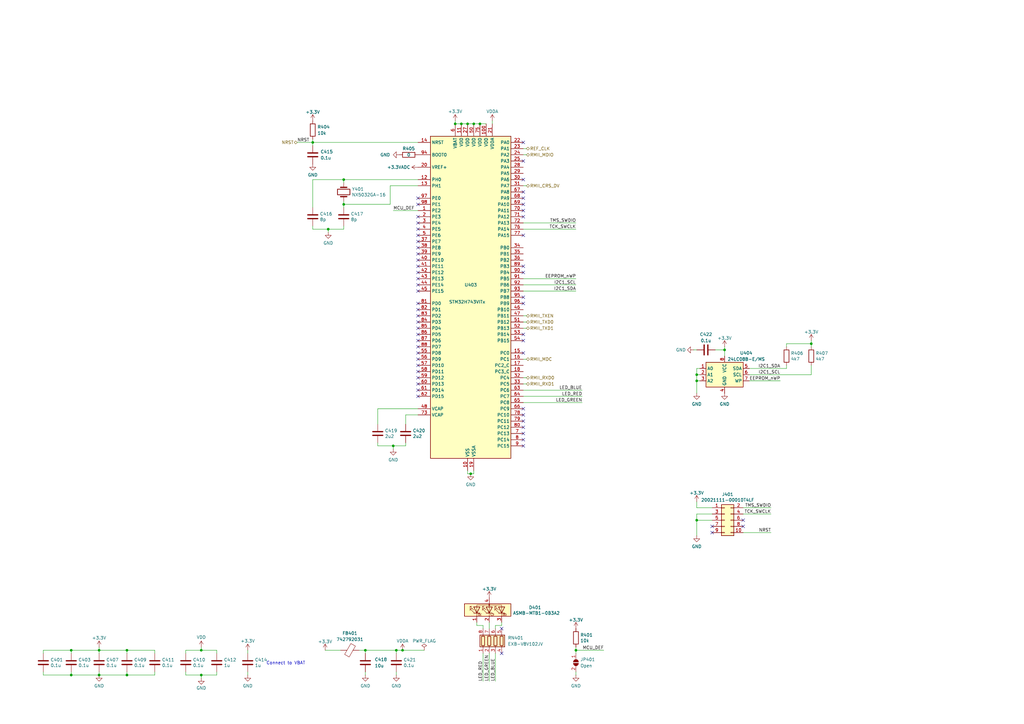
<source format=kicad_sch>
(kicad_sch (version 20250114) (generator "eeschema") (generator_version "9.0")
  (paper "A3")
  (lib_symbols
    (symbol "Connector_Generic:Conn_02x05_Odd_Even" (pin_names (offset 1.016) (hide yes))
      (property "Reference" "J" (at 1.27 7.62 0))
      (property "Value" "Conn_02x05_Odd_Even" (at 1.27 -7.62 0))
      (symbol "Conn_02x05_Odd_Even_1_1"
        (pin passive line (at -5.08 5.08 0) (length 3.81) (name "Pin_1") (number "1"))
        (pin passive line (at -5.08 2.54 0) (length 3.81) (name "Pin_3") (number "3"))
        (pin passive line (at -5.08 0 0) (length 3.81) (name "Pin_5") (number "5"))
        (pin passive line (at -5.08 -2.54 0) (length 3.81) (name "Pin_7") (number "7"))
        (pin passive line (at -5.08 -5.08 0) (length 3.81) (name "Pin_9") (number "9"))
        (pin passive line (at 7.62 5.08 180) (length 3.81) (name "Pin_2") (number "2"))
        (pin passive line (at 7.62 2.54 180) (length 3.81) (name "Pin_4") (number "4"))
        (pin passive line (at 7.62 0 180) (length 3.81) (name "Pin_6") (number "6"))
        (pin passive line (at 7.62 -2.54 180) (length 3.81) (name "Pin_8") (number "8"))
        (pin passive line (at 7.62 -5.08 180) (length 3.81) (name "Pin_10") (number "10"))
      )
    )
    (symbol "Device:C" (pin_numbers (hide yes)) (pin_names (offset 0.254))
      (property "Reference" "C" (at 0.635 2.54 0))
      (property "Value" "C" (at 0.635 -2.54 0))
      (symbol "C_1_1"
        (pin passive line (at 0 3.81 270) (length 2.794) (name "~") (number "1"))
        (pin passive line (at 0 -3.81 90) (length 2.794) (name "~") (number "2"))
      )
    )
    (symbol "Device:Crystal" (pin_numbers (hide yes)) (pin_names (offset 1.016) (hide yes))
      (property "Reference" "Y" (at 0 3.81 0))
      (property "Value" "Crystal" (at 0 -3.81 0))
      (symbol "Crystal_1_1"
        (pin passive line (at -3.81 0 0) (length 1.27) (name "1") (number "1"))
        (pin passive line (at 3.81 0 180) (length 1.27) (name "2") (number "2"))
      )
    )
    (symbol "Device:FerriteBead" (pin_numbers (hide yes)) (pin_names (offset 0))
      (property "Reference" "FB" (at -3.81 0.635 90))
      (property "Value" "FerriteBead" (at 3.81 0 90))
      (symbol "FerriteBead_1_1"
        (pin passive line (at 0 3.81 270) (length 2.54) (name "~") (number "1"))
        (pin passive line (at 0 -3.81 90) (length 2.54) (name "~") (number "2"))
      )
    )
    (symbol "Device:R" (pin_numbers (hide yes)) (pin_names (offset 0))
      (property "Reference" "R" (at 2.032 0 90))
      (property "Value" "R" (at 0 0 90))
      (symbol "R_1_1"
        (pin passive line (at 0 3.81 270) (length 1.27) (name "~") (number "1"))
        (pin passive line (at 0 -3.81 90) (length 1.27) (name "~") (number "2"))
      )
    )
    (symbol "Device:R_Pack04" (pin_names (offset 0) (hide yes))
      (property "Reference" "RN" (at -7.62 0 90))
      (property "Value" "R_Pack04" (at 5.08 0 90))
      (symbol "R_Pack04_1_1"
        (pin passive line (at -5.08 5.08 270) (length 2.54) (name "R1.2") (number "8"))
        (pin passive line (at -5.08 -5.08 90) (length 2.54) (name "R1.1") (number "1"))
        (pin passive line (at -2.54 5.08 270) (length 2.54) (name "R2.2") (number "7"))
        (pin passive line (at -2.54 -5.08 90) (length 2.54) (name "R2.1") (number "2"))
        (pin passive line (at 0 5.08 270) (length 2.54) (name "R3.2") (number "6"))
        (pin passive line (at 0 -5.08 90) (length 2.54) (name "R3.1") (number "3"))
        (pin passive line (at 2.54 5.08 270) (length 2.54) (name "R4.2") (number "5"))
        (pin passive line (at 2.54 -5.08 90) (length 2.54) (name "R4.1") (number "4"))
      )
    )
    (symbol "Jumper:SolderJumper_2_Open" (pin_names (offset 0) (hide yes))
      (property "Reference" "JP" (at 0 2.032 0))
      (property "Value" "SolderJumper_2_Open" (at 0 -2.54 0))
      (symbol "SolderJumper_2_Open_1_1"
        (pin passive line (at -3.81 0 0) (length 2.54) (name "A") (number "1"))
        (pin passive line (at 3.81 0 180) (length 2.54) (name "B") (number "2"))
      )
    )
    (symbol "LED:ASMB-MTB1-0A3A2" (pin_names (offset 0) (hide yes))
      (property "Reference" "D" (at 0 12.7 0))
      (property "Value" "ASMB-MTB1-0A3A2" (at 1.27 -11.43 0))
      (symbol "ASMB-MTB1-0A3A2_0_0"
        (text "R" (at -1.905 3.81 0) (effects (font (size 1.27 1.27))))
        (text "G" (at -1.905 -1.27 0) (effects (font (size 1.27 1.27))))
        (text "B" (at -1.905 -6.35 0) (effects (font (size 1.27 1.27))))
      )
      (symbol "ASMB-MTB1-0A3A2_1_1"
        (pin passive line (at -5.08 5.08 0) (length 2.54) (name "RK") (number "1"))
        (pin passive line (at -5.08 0 0) (length 2.54) (name "GK") (number "2"))
        (pin passive line (at -5.08 -5.08 0) (length 2.54) (name "BK") (number "3"))
        (pin passive line (at 5.08 0 180) (length 2.54) (name "A") (number "4"))
      )
    )
    (symbol "MCU_ST_STM32H7:STM32H743VITx"
      (property "Reference" "U" (at -15.24 67.31 0))
      (property "Value" "STM32H743VITx" (at 12.7 67.31 0))
      (symbol "STM32H743VITx_1_1"
        (pin input line (at -20.32 63.5 0) (length 5.08) (name "NRST") (number "14"))
        (pin input line (at -20.32 58.42 0) (length 5.08) (name "BOOT0") (number "94"))
        (pin input line (at -20.32 53.34 0) (length 5.08) (name "VREF+") (number "20"))
        (pin bidirectional line (at -20.32 48.26 0) (length 5.08) (name "PH0") (number "12"))
        (pin bidirectional line (at -20.32 45.72 0) (length 5.08) (name "PH1") (number "13"))
        (pin bidirectional line (at -20.32 40.64 0) (length 5.08) (name "PE0") (number "97"))
        (pin bidirectional line (at -20.32 38.1 0) (length 5.08) (name "PE1") (number "98"))
        (pin bidirectional line (at -20.32 35.56 0) (length 5.08) (name "PE2") (number "1"))
        (pin bidirectional line (at -20.32 33.02 0) (length 5.08) (name "PE3") (number "2"))
        (pin bidirectional line (at -20.32 30.48 0) (length 5.08) (name "PE4") (number "3"))
        (pin bidirectional line (at -20.32 27.94 0) (length 5.08) (name "PE5") (number "4"))
        (pin bidirectional line (at -20.32 25.4 0) (length 5.08) (name "PE6") (number "5"))
        (pin bidirectional line (at -20.32 22.86 0) (length 5.08) (name "PE7") (number "37"))
        (pin bidirectional line (at -20.32 20.32 0) (length 5.08) (name "PE8") (number "38"))
        (pin bidirectional line (at -20.32 17.78 0) (length 5.08) (name "PE9") (number "39"))
        (pin bidirectional line (at -20.32 15.24 0) (length 5.08) (name "PE10") (number "40"))
        (pin bidirectional line (at -20.32 12.7 0) (length 5.08) (name "PE11") (number "41"))
        (pin bidirectional line (at -20.32 10.16 0) (length 5.08) (name "PE12") (number "42"))
        (pin bidirectional line (at -20.32 7.62 0) (length 5.08) (name "PE13") (number "43"))
        (pin bidirectional line (at -20.32 5.08 0) (length 5.08) (name "PE14") (number "44"))
        (pin bidirectional line (at -20.32 2.54 0) (length 5.08) (name "PE15") (number "45"))
        (pin bidirectional line (at -20.32 -2.54 0) (length 5.08) (name "PD0") (number "81"))
        (pin bidirectional line (at -20.32 -5.08 0) (length 5.08) (name "PD1") (number "82"))
        (pin bidirectional line (at -20.32 -7.62 0) (length 5.08) (name "PD2") (number "83"))
        (pin bidirectional line (at -20.32 -10.16 0) (length 5.08) (name "PD3") (number "84"))
        (pin bidirectional line (at -20.32 -12.7 0) (length 5.08) (name "PD4") (number "85"))
        (pin bidirectional line (at -20.32 -15.24 0) (length 5.08) (name "PD5") (number "86"))
        (pin bidirectional line (at -20.32 -17.78 0) (length 5.08) (name "PD6") (number "87"))
        (pin bidirectional line (at -20.32 -20.32 0) (length 5.08) (name "PD7") (number "88"))
        (pin bidirectional line (at -20.32 -22.86 0) (length 5.08) (name "PD8") (number "55"))
        (pin bidirectional line (at -20.32 -25.4 0) (length 5.08) (name "PD9") (number "56"))
        (pin bidirectional line (at -20.32 -27.94 0) (length 5.08) (name "PD10") (number "57"))
        (pin bidirectional line (at -20.32 -30.48 0) (length 5.08) (name "PD11") (number "58"))
        (pin bidirectional line (at -20.32 -33.02 0) (length 5.08) (name "PD12") (number "59"))
        (pin bidirectional line (at -20.32 -35.56 0) (length 5.08) (name "PD13") (number "60"))
        (pin bidirectional line (at -20.32 -38.1 0) (length 5.08) (name "PD14") (number "61"))
        (pin bidirectional line (at -20.32 -40.64 0) (length 5.08) (name "PD15") (number "62"))
        (pin power_out line (at -20.32 -45.72 0) (length 5.08) (name "VCAP") (number "48"))
        (pin power_out line (at -20.32 -48.26 0) (length 5.08) (name "VCAP") (number "73"))
        (pin power_in line (at -5.08 71.12 270) (length 5.08) (name "VBAT") (number "6"))
        (pin power_in line (at -2.54 71.12 270) (length 5.08) (name "VDD") (number "11"))
        (pin power_in line (at 0 71.12 270) (length 5.08) (name "VDD") (number "27"))
        (pin power_in line (at 0 -71.12 90) (length 5.08) (name "VSS") (number "10"))
        (pin passive line (at 0 -71.12 90) (length 5.08) (hide yes) (name "VSS") (number "26"))
        (pin passive line (at 0 -71.12 90) (length 5.08) (hide yes) (name "VSS") (number "49"))
        (pin passive line (at 0 -71.12 90) (length 5.08) (hide yes) (name "VSS") (number "74"))
        (pin passive line (at 0 -71.12 90) (length 5.08) (hide yes) (name "VSS") (number "99"))
        (pin power_in line (at 2.54 71.12 270) (length 5.08) (name "VDD") (number "50"))
        (pin power_in line (at 2.54 -71.12 90) (length 5.08) (name "VSSA") (number "19"))
        (pin power_in line (at 5.08 71.12 270) (length 5.08) (name "VDD") (number "75"))
        (pin power_in line (at 7.62 71.12 270) (length 5.08) (name "VDD") (number "100"))
        (pin power_in line (at 10.16 71.12 270) (length 5.08) (name "VDDA") (number "21"))
        (pin bidirectional line (at 22.86 63.5 180) (length 5.08) (name "PA0") (number "22"))
        (pin bidirectional line (at 22.86 60.96 180) (length 5.08) (name "PA1") (number "23"))
        (pin bidirectional line (at 22.86 58.42 180) (length 5.08) (name "PA2") (number "24"))
        (pin bidirectional line (at 22.86 55.88 180) (length 5.08) (name "PA3") (number "25"))
        (pin bidirectional line (at 22.86 53.34 180) (length 5.08) (name "PA4") (number "28"))
        (pin bidirectional line (at 22.86 50.8 180) (length 5.08) (name "PA5") (number "29"))
        (pin bidirectional line (at 22.86 48.26 180) (length 5.08) (name "PA6") (number "30"))
        (pin bidirectional line (at 22.86 45.72 180) (length 5.08) (name "PA7") (number "31"))
        (pin bidirectional line (at 22.86 43.18 180) (length 5.08) (name "PA8") (number "67"))
        (pin bidirectional line (at 22.86 40.64 180) (length 5.08) (name "PA9") (number "68"))
        (pin bidirectional line (at 22.86 38.1 180) (length 5.08) (name "PA10") (number "69"))
        (pin bidirectional line (at 22.86 35.56 180) (length 5.08) (name "PA11") (number "70"))
        (pin bidirectional line (at 22.86 33.02 180) (length 5.08) (name "PA12") (number "71"))
        (pin bidirectional line (at 22.86 30.48 180) (length 5.08) (name "PA13") (number "72"))
        (pin bidirectional line (at 22.86 27.94 180) (length 5.08) (name "PA14") (number "76"))
        (pin bidirectional line (at 22.86 25.4 180) (length 5.08) (name "PA15") (number "77"))
        (pin bidirectional line (at 22.86 20.32 180) (length 5.08) (name "PB0") (number "34"))
        (pin bidirectional line (at 22.86 17.78 180) (length 5.08) (name "PB1") (number "35"))
        (pin bidirectional line (at 22.86 15.24 180) (length 5.08) (name "PB2") (number "36"))
        (pin bidirectional line (at 22.86 12.7 180) (length 5.08) (name "PB3") (number "89"))
        (pin bidirectional line (at 22.86 10.16 180) (length 5.08) (name "PB4") (number "90"))
        (pin bidirectional line (at 22.86 7.62 180) (length 5.08) (name "PB5") (number "91"))
        (pin bidirectional line (at 22.86 5.08 180) (length 5.08) (name "PB6") (number "92"))
        (pin bidirectional line (at 22.86 2.54 180) (length 5.08) (name "PB7") (number "93"))
        (pin bidirectional line (at 22.86 0 180) (length 5.08) (name "PB8") (number "95"))
        (pin bidirectional line (at 22.86 -2.54 180) (length 5.08) (name "PB9") (number "96"))
        (pin bidirectional line (at 22.86 -5.08 180) (length 5.08) (name "PB10") (number "46"))
        (pin bidirectional line (at 22.86 -7.62 180) (length 5.08) (name "PB11") (number "47"))
        (pin bidirectional line (at 22.86 -10.16 180) (length 5.08) (name "PB12") (number "51"))
        (pin bidirectional line (at 22.86 -12.7 180) (length 5.08) (name "PB13") (number "52"))
        (pin bidirectional line (at 22.86 -15.24 180) (length 5.08) (name "PB14") (number "53"))
        (pin bidirectional line (at 22.86 -17.78 180) (length 5.08) (name "PB15") (number "54"))
        (pin bidirectional line (at 22.86 -22.86 180) (length 5.08) (name "PC0") (number "15"))
        (pin bidirectional line (at 22.86 -25.4 180) (length 5.08) (name "PC1") (number "16"))
        (pin bidirectional line (at 22.86 -27.94 180) (length 5.08) (name "PC2_C") (number "17"))
        (pin bidirectional line (at 22.86 -30.48 180) (length 5.08) (name "PC3_C") (number "18"))
        (pin bidirectional line (at 22.86 -33.02 180) (length 5.08) (name "PC4") (number "32"))
        (pin bidirectional line (at 22.86 -35.56 180) (length 5.08) (name "PC5") (number "33"))
        (pin bidirectional line (at 22.86 -38.1 180) (length 5.08) (name "PC6") (number "63"))
        (pin bidirectional line (at 22.86 -40.64 180) (length 5.08) (name "PC7") (number "64"))
        (pin bidirectional line (at 22.86 -43.18 180) (length 5.08) (name "PC8") (number "65"))
        (pin bidirectional line (at 22.86 -45.72 180) (length 5.08) (name "PC9") (number "66"))
        (pin bidirectional line (at 22.86 -48.26 180) (length 5.08) (name "PC10") (number "78"))
        (pin bidirectional line (at 22.86 -50.8 180) (length 5.08) (name "PC11") (number "79"))
        (pin bidirectional line (at 22.86 -53.34 180) (length 5.08) (name "PC12") (number "80"))
        (pin bidirectional line (at 22.86 -55.88 180) (length 5.08) (name "PC13") (number "7"))
        (pin bidirectional line (at 22.86 -58.42 180) (length 5.08) (name "PC14") (number "8"))
        (pin bidirectional line (at 22.86 -60.96 180) (length 5.08) (name "PC15") (number "9"))
      )
    )
    (symbol "Memory_EEPROM:24LC08"
      (property "Reference" "U" (at -6.35 6.35 0))
      (property "Value" "24LC08" (at 1.27 6.35 0))
      (symbol "24LC08_1_1"
        (pin input line (at -10.16 2.54 0) (length 2.54) (name "A0") (number "1"))
        (pin input line (at -10.16 0 0) (length 2.54) (name "A1") (number "2"))
        (pin input line (at -10.16 -2.54 0) (length 2.54) (name "A2") (number "3"))
        (pin power_in line (at 0 7.62 270) (length 2.54) (name "VCC") (number "8"))
        (pin power_in line (at 0 -7.62 90) (length 2.54) (name "GND") (number "4"))
        (pin bidirectional line (at 10.16 2.54 180) (length 2.54) (name "SDA") (number "5"))
        (pin input line (at 10.16 0 180) (length 2.54) (name "SCL") (number "6"))
        (pin input line (at 10.16 -2.54 180) (length 2.54) (name "WP") (number "7"))
      )
    )
    (symbol "power:+3.3V" (power) (pin_numbers (hide yes)) (pin_names (offset 0) (hide yes))
      (property "Value" "+3.3V" (at 0 3.556 0))
      (symbol "+3.3V_1_1"
        (pin power_in line (at 0 0 90) (length 0) (name "~") (number "1"))
      )
    )
    (symbol "power:+3.3VADC" (power) (pin_numbers (hide yes)) (pin_names (offset 0) (hide yes))
      (property "Value" "+3.3VADC" (at 0 3.556 0))
      (symbol "+3.3VADC_0_0"
        (pin power_in line (at 0 0 90) (length 0) (name "~") (number "1"))
      )
    )
    (symbol "power:GND" (power) (pin_numbers (hide yes)) (pin_names (offset 0) (hide yes))
      (property "Value" "GND" (at 0 -3.81 0))
      (symbol "GND_1_1"
        (pin power_in line (at 0 0 270) (length 0) (name "~") (number "1"))
      )
    )
    (symbol "power:PWR_FLAG" (power) (pin_numbers (hide yes)) (pin_names (offset 0) (hide yes))
      (property "Value" "PWR_FLAG" (at 0 3.81 0))
      (symbol "PWR_FLAG_0_0"
        (pin power_out line (at 0 0 90) (length 0) (name "~") (number "1"))
      )
    )
    (symbol "power:VDD" (power) (pin_numbers (hide yes)) (pin_names (offset 0) (hide yes))
      (property "Value" "VDD" (at 0 3.556 0))
      (symbol "VDD_1_1"
        (pin power_in line (at 0 0 90) (length 0) (name "~") (number "1"))
      )
    )
    (symbol "power:VDDA" (power) (pin_numbers (hide yes)) (pin_names (offset 0) (hide yes))
      (property "Value" "VDDA" (at 0 3.556 0))
      (symbol "VDDA_1_1"
        (pin power_in line (at 0 0 90) (length 0) (name "~") (number "1"))
      )
    )
  )
  (text "Connect to VBAT" (at 109.22 272.796 0) (effects (font (size 1.27 1.27)) (justify left bottom)))
  (junction (at 82.55 266.7))
  (junction (at 40.64 266.7))
  (junction (at 52.07 276.86))
  (junction (at 194.31 50.8))
  (junction (at 285.75 153.67))
  (junction (at 162.56 266.7))
  (junction (at 128.27 58.42))
  (junction (at 196.85 50.8))
  (junction (at 285.75 156.21))
  (junction (at 193.04 194.31))
  (junction (at 29.21 276.86))
  (junction (at 161.29 182.88))
  (junction (at 165.1 266.7))
  (junction (at 134.62 93.98))
  (junction (at 189.23 50.8))
  (junction (at 332.74 140.97))
  (junction (at 82.55 276.86))
  (junction (at 140.97 83.82))
  (junction (at 285.75 213.36))
  (junction (at 40.64 276.86))
  (junction (at 149.86 266.7))
  (junction (at 52.07 266.7))
  (junction (at 29.21 266.7))
  (junction (at 140.97 73.66))
  (junction (at 297.18 143.51))
  (junction (at 186.69 50.8))
  (junction (at 236.22 266.7))
  (junction (at 191.77 50.8))
  (no_connect (at 171.45 114.3))
  (no_connect (at 171.45 91.44))
  (no_connect (at 214.63 86.36))
  (no_connect (at 171.45 134.62))
  (no_connect (at 171.45 132.08))
  (no_connect (at 171.45 144.78))
  (no_connect (at 214.63 88.9))
  (no_connect (at 171.45 129.54))
  (no_connect (at 304.8 215.9))
  (no_connect (at 214.63 73.66))
  (no_connect (at 171.45 119.38))
  (no_connect (at 214.63 137.16))
  (no_connect (at 171.45 147.32))
  (no_connect (at 214.63 139.7))
  (no_connect (at 171.45 154.94))
  (no_connect (at 292.1 218.44))
  (no_connect (at 214.63 175.26))
  (no_connect (at 214.63 121.92))
  (no_connect (at 171.45 88.9))
  (no_connect (at 214.63 78.74))
  (no_connect (at 214.63 109.22))
  (no_connect (at 171.45 124.46))
  (no_connect (at 171.45 111.76))
  (no_connect (at 171.45 139.7))
  (no_connect (at 171.45 116.84))
  (no_connect (at 171.45 93.98))
  (no_connect (at 171.45 142.24))
  (no_connect (at 214.63 83.82))
  (no_connect (at 171.45 127))
  (no_connect (at 214.63 167.64))
  (no_connect (at 171.45 160.02))
  (no_connect (at 214.63 172.72))
  (no_connect (at 214.63 177.8))
  (no_connect (at 214.63 144.78))
  (no_connect (at 214.63 66.04))
  (no_connect (at 214.63 81.28))
  (no_connect (at 214.63 96.52))
  (no_connect (at 171.45 81.28))
  (no_connect (at 171.45 137.16))
  (no_connect (at 205.74 267.97))
  (no_connect (at 214.63 180.34))
  (no_connect (at 304.8 213.36))
  (no_connect (at 171.45 104.14))
  (no_connect (at 171.45 109.22))
  (no_connect (at 214.63 58.42))
  (no_connect (at 205.74 257.81))
  (no_connect (at 214.63 182.88))
  (no_connect (at 214.63 124.46))
  (no_connect (at 171.45 157.48))
  (no_connect (at 214.63 170.18))
  (no_connect (at 171.45 149.86))
  (no_connect (at 171.45 83.82))
  (no_connect (at 171.45 106.68))
  (no_connect (at 171.45 99.06))
  (no_connect (at 171.45 162.56))
  (no_connect (at 171.45 96.52))
  (no_connect (at 171.45 101.6))
  (no_connect (at 214.63 111.76))
  (no_connect (at 171.45 152.4))
  (no_connect (at 292.1 215.9))
  (wire (pts (xy 40.64 275.59) (xy 40.64 276.86)))
  (wire (pts (xy 82.55 265.43) (xy 82.55 266.7)))
  (wire (pts (xy 52.07 266.7) (xy 40.64 266.7)))
  (wire (pts (xy 82.55 276.86) (xy 82.55 278.13)))
  (wire (pts (xy 189.23 50.8) (xy 191.77 50.8)))
  (wire (pts (xy 322.58 142.24) (xy 322.58 140.97)))
  (wire (pts (xy 200.66 255.27) (xy 200.66 257.81)))
  (wire (pts (xy 191.77 194.31) (xy 193.04 194.31)))
  (wire (pts (xy 128.27 58.42) (xy 171.45 58.42)))
  (wire (pts (xy 40.64 266.7) (xy 29.21 266.7)))
  (wire (pts (xy 76.2 266.7) (xy 82.55 266.7)))
  (wire (pts (xy 236.22 267.97) (xy 236.22 266.7)))
  (wire (pts (xy 214.63 76.2) (xy 215.9 76.2)))
  (wire (pts (xy 297.18 143.51) (xy 297.18 146.05)))
  (wire (pts (xy 214.63 162.56) (xy 238.76 162.56)))
  (wire (pts (xy 191.77 193.04) (xy 191.77 194.31)))
  (wire (pts (xy 285.75 161.29) (xy 285.75 156.21)))
  (wire (pts (xy 29.21 266.7) (xy 17.78 266.7)))
  (wire (pts (xy 52.07 276.86) (xy 63.5 276.86)))
  (wire (pts (xy 166.37 170.18) (xy 171.45 170.18)))
  (wire (pts (xy 292.1 213.36) (xy 285.75 213.36)))
  (wire (pts (xy 101.6 266.7) (xy 101.6 267.97)))
  (wire (pts (xy 214.63 147.32) (xy 215.9 147.32)))
  (wire (pts (xy 205.74 256.54) (xy 203.2 256.54)))
  (wire (pts (xy 214.63 154.94) (xy 215.9 154.94)))
  (wire (pts (xy 307.34 151.13) (xy 322.58 151.13)))
  (wire (pts (xy 203.2 256.54) (xy 203.2 257.81)))
  (wire (pts (xy 162.56 266.7) (xy 162.56 267.97)))
  (wire (pts (xy 88.9 275.59) (xy 88.9 276.86)))
  (wire (pts (xy 161.29 182.88) (xy 166.37 182.88)))
  (wire (pts (xy 307.34 156.21) (xy 320.04 156.21)))
  (wire (pts (xy 140.97 93.98) (xy 140.97 92.71)))
  (wire (pts (xy 332.74 139.7) (xy 332.74 140.97)))
  (wire (pts (xy 134.62 93.98) (xy 140.97 93.98)))
  (wire (pts (xy 198.12 267.97) (xy 198.12 279.4)))
  (wire (pts (xy 214.63 63.5) (xy 215.9 63.5)))
  (wire (pts (xy 285.75 213.36) (xy 285.75 210.82)))
  (wire (pts (xy 293.37 143.51) (xy 297.18 143.51)))
  (wire (pts (xy 214.63 129.54) (xy 215.9 129.54)))
  (wire (pts (xy 214.63 134.62) (xy 215.9 134.62)))
  (wire (pts (xy 140.97 73.66) (xy 128.27 73.66)))
  (wire (pts (xy 76.2 275.59) (xy 76.2 276.86)))
  (wire (pts (xy 214.63 157.48) (xy 215.9 157.48)))
  (wire (pts (xy 133.35 266.7) (xy 139.7 266.7)))
  (wire (pts (xy 162.56 266.7) (xy 165.1 266.7)))
  (wire (pts (xy 76.2 276.86) (xy 82.55 276.86)))
  (wire (pts (xy 215.9 132.08) (xy 214.63 132.08)))
  (wire (pts (xy 166.37 170.18) (xy 166.37 173.99)))
  (wire (pts (xy 63.5 266.7) (xy 63.5 267.97)))
  (wire (pts (xy 82.55 266.7) (xy 88.9 266.7)))
  (wire (pts (xy 186.69 50.8) (xy 189.23 50.8)))
  (wire (pts (xy 40.64 266.7) (xy 40.64 267.97)))
  (wire (pts (xy 17.78 275.59) (xy 17.78 276.86)))
  (wire (pts (xy 17.78 266.7) (xy 17.78 267.97)))
  (wire (pts (xy 160.02 76.2) (xy 160.02 83.82)))
  (wire (pts (xy 171.45 76.2) (xy 160.02 76.2)))
  (wire (pts (xy 285.75 153.67) (xy 285.75 156.21)))
  (wire (pts (xy 194.31 193.04) (xy 194.31 194.31)))
  (wire (pts (xy 285.75 156.21) (xy 287.02 156.21)))
  (wire (pts (xy 82.55 276.86) (xy 88.9 276.86)))
  (wire (pts (xy 29.21 266.7) (xy 29.21 267.97)))
  (wire (pts (xy 304.8 210.82) (xy 316.23 210.82)))
  (wire (pts (xy 52.07 266.7) (xy 52.07 267.97)))
  (wire (pts (xy 161.29 86.36) (xy 171.45 86.36)))
  (wire (pts (xy 285.75 205.74) (xy 285.75 208.28)))
  (wire (pts (xy 154.94 167.64) (xy 171.45 167.64)))
  (wire (pts (xy 128.27 92.71) (xy 128.27 93.98)))
  (wire (pts (xy 247.65 266.7) (xy 236.22 266.7)))
  (wire (pts (xy 304.8 208.28) (xy 316.23 208.28)))
  (wire (pts (xy 285.75 210.82) (xy 292.1 210.82)))
  (wire (pts (xy 194.31 50.8) (xy 196.85 50.8)))
  (wire (pts (xy 214.63 116.84) (xy 236.22 116.84)))
  (wire (pts (xy 201.93 49.53) (xy 201.93 50.8)))
  (wire (pts (xy 236.22 275.59) (xy 236.22 276.86)))
  (wire (pts (xy 195.58 255.27) (xy 195.58 256.54)))
  (wire (pts (xy 322.58 151.13) (xy 322.58 149.86)))
  (wire (pts (xy 140.97 82.55) (xy 140.97 83.82)))
  (wire (pts (xy 162.56 276.86) (xy 162.56 275.59)))
  (wire (pts (xy 214.63 119.38) (xy 236.22 119.38)))
  (wire (pts (xy 161.29 184.15) (xy 161.29 182.88)))
  (wire (pts (xy 154.94 182.88) (xy 161.29 182.88)))
  (wire (pts (xy 128.27 58.42) (xy 128.27 59.69)))
  (wire (pts (xy 154.94 181.61) (xy 154.94 182.88)))
  (wire (pts (xy 198.12 256.54) (xy 198.12 257.81)))
  (wire (pts (xy 203.2 267.97) (xy 203.2 279.4)))
  (wire (pts (xy 214.63 165.1) (xy 238.76 165.1)))
  (wire (pts (xy 332.74 153.67) (xy 332.74 149.86)))
  (wire (pts (xy 186.69 49.53) (xy 186.69 50.8)))
  (wire (pts (xy 149.86 266.7) (xy 147.32 266.7)))
  (wire (pts (xy 304.8 218.44) (xy 316.23 218.44)))
  (wire (pts (xy 121.92 58.42) (xy 128.27 58.42)))
  (wire (pts (xy 332.74 140.97) (xy 332.74 142.24)))
  (wire (pts (xy 128.27 93.98) (xy 134.62 93.98)))
  (wire (pts (xy 297.18 142.24) (xy 297.18 143.51)))
  (wire (pts (xy 214.63 60.96) (xy 215.9 60.96)))
  (wire (pts (xy 287.02 153.67) (xy 285.75 153.67)))
  (wire (pts (xy 193.04 194.31) (xy 194.31 194.31)))
  (wire (pts (xy 149.86 266.7) (xy 149.86 267.97)))
  (wire (pts (xy 63.5 266.7) (xy 52.07 266.7)))
  (wire (pts (xy 160.02 83.82) (xy 140.97 83.82)))
  (wire (pts (xy 287.02 151.13) (xy 285.75 151.13)))
  (wire (pts (xy 200.66 267.97) (xy 200.66 279.4)))
  (wire (pts (xy 285.75 151.13) (xy 285.75 153.67)))
  (wire (pts (xy 214.63 91.44) (xy 236.22 91.44)))
  (wire (pts (xy 40.64 265.43) (xy 40.64 266.7)))
  (wire (pts (xy 149.86 266.7) (xy 162.56 266.7)))
  (wire (pts (xy 285.75 208.28) (xy 292.1 208.28)))
  (wire (pts (xy 205.74 255.27) (xy 205.74 256.54)))
  (wire (pts (xy 284.48 143.51) (xy 285.75 143.51)))
  (wire (pts (xy 140.97 74.93) (xy 140.97 73.66)))
  (wire (pts (xy 29.21 275.59) (xy 29.21 276.86)))
  (wire (pts (xy 322.58 140.97) (xy 332.74 140.97)))
  (wire (pts (xy 63.5 276.86) (xy 63.5 275.59)))
  (wire (pts (xy 236.22 266.7) (xy 236.22 265.43)))
  (wire (pts (xy 214.63 160.02) (xy 238.76 160.02)))
  (wire (pts (xy 17.78 276.86) (xy 29.21 276.86)))
  (wire (pts (xy 149.86 276.86) (xy 149.86 275.59)))
  (wire (pts (xy 140.97 73.66) (xy 171.45 73.66)))
  (wire (pts (xy 52.07 275.59) (xy 52.07 276.86)))
  (wire (pts (xy 191.77 50.8) (xy 194.31 50.8)))
  (wire (pts (xy 307.34 153.67) (xy 332.74 153.67)))
  (wire (pts (xy 76.2 266.7) (xy 76.2 267.97)))
  (wire (pts (xy 128.27 73.66) (xy 128.27 85.09)))
  (wire (pts (xy 29.21 276.86) (xy 40.64 276.86)))
  (wire (pts (xy 166.37 182.88) (xy 166.37 181.61)))
  (wire (pts (xy 40.64 276.86) (xy 52.07 276.86)))
  (wire (pts (xy 101.6 275.59) (xy 101.6 276.86)))
  (wire (pts (xy 154.94 167.64) (xy 154.94 173.99)))
  (wire (pts (xy 195.58 256.54) (xy 198.12 256.54)))
  (wire (pts (xy 196.85 50.8) (xy 199.39 50.8)))
  (wire (pts (xy 140.97 83.82) (xy 140.97 85.09)))
  (wire (pts (xy 214.63 114.3) (xy 236.22 114.3)))
  (wire (pts (xy 88.9 266.7) (xy 88.9 267.97)))
  (wire (pts (xy 134.62 95.25) (xy 134.62 93.98)))
  (wire (pts (xy 285.75 219.71) (xy 285.75 213.36)))
  (wire (pts (xy 165.1 266.7) (xy 173.99 266.7)))
  (wire (pts (xy 214.63 93.98) (xy 236.22 93.98)))
  (wire (pts (xy 128.27 57.15) (xy 128.27 58.42)))
  (label "MCU_DEF" (at 161.29 86.36 0))
  (label "MCU_DEF" (at 247.65 266.7 180))
  (label "I2C1_SDA" (at 236.22 119.38 180))
  (label "LED_RED" (at 198.12 279.4 90))
  (label "TCK_SWCLK" (at 236.22 93.98 180))
  (label "I2C1_SDA" (at 320.04 151.13 180))
  (label "LED_BLUE" (at 238.76 160.02 180))
  (label "TCK_SWCLK" (at 316.23 210.82 180))
  (label "I2C1_SCL" (at 320.04 153.67 180))
  (label "EEPROM_nWP" (at 320.04 156.21 180))
  (label "LED_GREEN" (at 200.66 279.4 90))
  (label "LED_GREEN" (at 238.76 165.1 180))
  (label "LED_RED" (at 238.76 162.56 180))
  (label "LED_BLUE" (at 203.2 279.4 90))
  (label "I2C1_SCL" (at 236.22 116.84 180))
  (label "EEPROM_nWP" (at 236.22 114.3 180))
  (label "NRST" (at 316.23 218.44 180))
  (label "TMS_SWDIO" (at 236.22 91.44 180))
  (label "TMS_SWDIO" (at 316.23 208.28 180))
  (label "NRST" (at 121.92 58.42 0))
  (hierarchical_label "RMII_MDC" (shape bidirectional) (at 215.9 147.32 0))
  (hierarchical_label "RMII_MDIO" (shape bidirectional) (at 215.9 63.5 0))
  (hierarchical_label "RMII_TXD1" (shape bidirectional) (at 215.9 134.62 0))
  (hierarchical_label "REF_CLK" (shape bidirectional) (at 215.9 60.96 0))
  (hierarchical_label "RMII_TXEN" (shape bidirectional) (at 215.9 129.54 0))
  (hierarchical_label "RMII_TXD0" (shape bidirectional) (at 215.9 132.08 0))
  (hierarchical_label "NRST" (shape bidirectional) (at 121.92 58.42 180))
  (hierarchical_label "RMII_CRS_DV" (shape bidirectional) (at 215.9 76.2 0))
  (hierarchical_label "RMII_RXD0" (shape bidirectional) (at 215.9 154.94 0))
  (hierarchical_label "RMII_RXD1" (shape bidirectional) (at 215.9 157.48 0))
  (symbol (lib_id "power:VDDA") (at 201.93 49.53 0) (unit 1)
    (property "Reference" "#PWR020" (effects (hide yes)))
    (property "Value" "VDDA" (at 201.93 45.72 0))
    (property "Description" "Power symbol creates a global label with name \"VDDA\"" (effects (hide yes)))
    (instances (project "ETH1HMSR-SMS" (path "" (reference "#PWR0431") (unit 1))) (project "ETH1HMSR-SMS" (path "" (reference "#PWR020") (unit 1))) (project "ETH1IRCAM1" (path "" (reference "#PWR0418") (unit 1))))
  )
  (symbol (lib_id "LED:ASMB-MTB1-0A3A2") (at 200.66 250.19 90) (unit 1)
    (property "Reference" "D1" (at 221.996 249.174 90) (effects (justify left)))
    (property "Value" "ASMB-MTB1-0B3A2" (at 229.616 251.46 90) (effects (justify left)))
    (property "Footprint" "LED_SMD:LED_Avago_PLCC4_3.2x2.8mm_CW" (effects (hide yes)))
    (property "Datasheet" "https://docs.broadcom.com/docs/AV02-4194EN" (effects (hide yes)))
    (instances (project "ETH1HMSR-SMS" (path "" (reference "D401") (unit 1))) (project "ETH1HMSR-SMS" (path "" (reference "D1") (unit 1))) (project "ETH1IRCAM1" (path "" (reference "D401") (unit 1))))
  )
  (symbol (lib_id "Device:C") (at 17.78 271.78 0) (unit 1)
    (property "Reference" "C1" (at 20.701 270.6116 0) (effects (justify left)))
    (property "Value" "0.1u" (at 20.701 272.923 0) (effects (justify left)))
    (property "Footprint" "Capacitor_SMD:C_0603_1608Metric_Pad1.08x0.95mm_HandSolder" (effects (hide yes)))
    (instances (project "ETH1HMSR-SMS" (path "" (reference "C401") (unit 1))) (project "ETH1HMSR-SMS" (path "" (reference "C1") (unit 1))) (project "ETH1IRCAM1" (path "" (reference "C401") (unit 1))))
  )
  (symbol (lib_id "power:GND") (at 285.75 161.29 0) (unit 1)
    (property "Reference" "#PWR024" (effects (hide yes)))
    (property "Value" "GND" (at 285.75 165.735 0))
    (property "Description" "Power symbol creates a global label with name \"GND\" , ground" (effects (hide yes)))
    (instances (project "ETH1HMSR-SMS" (path "" (reference "#PWR0435") (unit 1))) (project "ETH1HMSR-SMS" (path "" (reference "#PWR024") (unit 1))) (project "ETH1IRCAM1" (path "" (reference "#PWR0424") (unit 1))))
  )
  (symbol (lib_id "power:GND") (at 162.56 276.86 0) (unit 1)
    (property "Reference" "#PWR013" (effects (hide yes)))
    (property "Value" "GND" (at 162.56 281.305 0))
    (property "Description" "Power symbol creates a global label with name \"GND\" , ground" (effects (hide yes)))
    (instances (project "ETH1HMSR-SMS" (path "" (reference "#PWR0426") (unit 1))) (project "ETH1HMSR-SMS" (path "" (reference "#PWR013") (unit 1))) (project "ETH1IRCAM1" (path "" (reference "#PWR0413") (unit 1))))
  )
  (symbol (lib_id "Device:Crystal") (at 140.97 78.74 270) (unit 1)
    (property "Reference" "Y1" (at 144.2974 77.5716 90) (effects (justify left)))
    (property "Value" "NX5032GA-16" (at 144.2974 79.883 90) (effects (justify left)))
    (property "Footprint" "ETH1CVOLT_A:NX5032GA" (effects (hide yes)))
    (instances (project "ETH1HMSR-SMS" (path "" (reference "Y401") (unit 1))) (project "ETH1HMSR-SMS" (path "" (reference "Y1") (unit 1))) (project "ETH1IRCAM1" (path "" (reference "Y401") (unit 1))))
  )
  (symbol (lib_id "Device:FerriteBead") (at 143.51 266.7 270) (unit 1)
    (property "Reference" "FB1" (at 143.51 259.715 90))
    (property "Value" "742792031" (at 143.51 262.255 90))
    (property "Footprint" "Inductor_SMD:L_0805_2012Metric_Pad1.05x1.20mm_HandSolder" (effects (hide yes)))
    (instances (project "ETH1HMSR-SMS" (path "" (reference "FB401") (unit 1))) (project "ETH1HMSR-SMS" (path "" (reference "FB1") (unit 1))) (project "ETH1IRCAM1" (path "" (reference "FB401") (unit 1))))
  )
  (symbol (lib_id "Device:C") (at 166.37 177.8 0) (unit 1)
    (property "Reference" "C15" (at 169.291 176.6316 0) (effects (justify left)))
    (property "Value" "2u2" (at 169.291 178.943 0) (effects (justify left)))
    (property "Footprint" "Capacitor_SMD:C_0603_1608Metric_Pad1.08x0.95mm_HandSolder" (effects (hide yes)))
    (instances (project "ETH1HMSR-SMS" (path "" (reference "C420") (unit 1))) (project "ETH1HMSR-SMS" (path "" (reference "C15") (unit 1))) (project "ETH1IRCAM1" (path "" (reference "C412") (unit 1))))
  )
  (symbol (lib_id "power:GND") (at 163.83 63.5 270) (unit 1)
    (property "Reference" "#PWR014" (effects (hide yes)))
    (property "Value" "GND" (at 160.02 63.5 90) (effects (justify right)))
    (property "Description" "Power symbol creates a global label with name \"GND\" , ground" (effects (hide yes)))
    (instances (project "ETH1HMSR-SMS" (path "" (reference "#PWR0425") (unit 1))) (project "ETH1HMSR-SMS" (path "" (reference "#PWR014") (unit 1))) (project "ETH1IRCAM1" (path "" (reference "#PWR0412") (unit 1))))
  )
  (symbol (lib_id "Device:C") (at 40.64 271.78 0) (unit 1)
    (property "Reference" "C3" (at 43.561 270.6116 0) (effects (justify left)))
    (property "Value" "0.1u" (at 43.561 272.923 0) (effects (justify left)))
    (property "Footprint" "Capacitor_SMD:C_0603_1608Metric_Pad1.08x0.95mm_HandSolder" (effects (hide yes)))
    (instances (project "ETH1HMSR-SMS" (path "" (reference "C407") (unit 1))) (project "ETH1HMSR-SMS" (path "" (reference "C3") (unit 1))) (project "ETH1IRCAM1" (path "" (reference "C403") (unit 1))))
  )
  (symbol (lib_id "power:GND") (at 40.64 276.86 0) (unit 1)
    (property "Reference" "#PWR02" (effects (hide yes)))
    (property "Value" "GND" (at 40.64 281.305 0))
    (property "Description" "Power symbol creates a global label with name \"GND\" , ground" (effects (hide yes)))
    (instances (project "ETH1HMSR-SMS" (path "" (reference "#PWR0406") (unit 1))) (project "ETH1HMSR-SMS" (path "" (reference "#PWR02") (unit 1))) (project "ETH1IRCAM1" (path "" (reference "#PWR0402") (unit 1))))
  )
  (symbol (lib_id "power:GND") (at 161.29 184.15 0) (unit 1)
    (property "Reference" "#PWR012" (effects (hide yes)))
    (property "Value" "GND" (at 161.29 188.595 0))
    (property "Description" "Power symbol creates a global label with name \"GND\" , ground" (effects (hide yes)))
    (instances (project "ETH1HMSR-SMS" (path "" (reference "#PWR0424") (unit 1))) (project "ETH1HMSR-SMS" (path "" (reference "#PWR012") (unit 1))) (project "ETH1IRCAM1" (path "" (reference "#PWR0411") (unit 1))))
  )
  (symbol (lib_id "power:PWR_FLAG") (at 173.99 266.7 0) (unit 1)
    (property "Reference" "#FLG01" (effects (hide yes)))
    (property "Value" "PWR_FLAG" (at 173.99 262.89 0))
    (property "Description" "Special symbol for telling ERC where power comes from" (effects (hide yes)))
    (instances (project "ETH1HMSR-SMS" (path "" (reference "#FLG0401") (unit 1))) (project "ETH1HMSR-SMS" (path "" (reference "#FLG01") (unit 1))) (project "ETH1IRCAM1" (path "" (reference "#FLG0401") (unit 1))))
  )
  (symbol (lib_id "power:GND") (at 297.18 161.29 0) (unit 1)
    (property "Reference" "#PWR028" (effects (hide yes)))
    (property "Value" "GND" (at 297.18 165.735 0))
    (property "Description" "Power symbol creates a global label with name \"GND\" , ground" (effects (hide yes)))
    (instances (project "ETH1HMSR-SMS" (path "" (reference "#PWR0437") (unit 1))) (project "ETH1HMSR-SMS" (path "" (reference "#PWR028") (unit 1))) (project "ETH1IRCAM1" (path "" (reference "#PWR0426") (unit 1))))
  )
  (symbol (lib_id "power:+3.3V") (at 128.27 49.53 0) (mirror y) (unit 1)
    (property "Reference" "#PWR07" (effects (hide yes)))
    (property "Value" "+3.3V" (at 128.27 45.974 0))
    (property "Description" "Power symbol creates a global label with name \"+3.3V\"" (effects (hide yes)))
    (instances (project "ETH1HMSR-SMS" (path "" (reference "#PWR0419") (unit 1))) (project "ETH1HMSR-SMS" (path "" (reference "#PWR07") (unit 1))) (project "ETH1IRCAM1" (path "" (reference "#PWR0408") (unit 1))))
  )
  (symbol (lib_id "power:GND") (at 128.27 67.31 0) (unit 1)
    (property "Reference" "#PWR08" (effects (hide yes)))
    (property "Value" "GND" (at 128.27 71.755 0))
    (property "Description" "Power symbol creates a global label with name \"GND\" , ground" (effects (hide yes)))
    (instances (project "ETH1HMSR-SMS" (path "" (reference "#PWR0420") (unit 1))) (project "ETH1HMSR-SMS" (path "" (reference "#PWR08") (unit 1))) (project "ETH1IRCAM1" (path "" (reference "#PWR0409") (unit 1))))
  )
  (symbol (lib_id "power:+3.3V") (at 200.66 245.11 0) (unit 1)
    (property "Reference" "#PWR019" (effects (hide yes)))
    (property "Value" "+3.3V" (at 200.66 241.554 0))
    (property "Description" "Power symbol creates a global label with name \"+3.3V\"" (effects (hide yes)))
    (instances (project "ETH1HMSR-SMS" (path "" (reference "#PWR0401") (unit 1))) (project "ETH1HMSR-SMS" (path "" (reference "#PWR019") (unit 1))) (project "ETH1IRCAM1" (path "" (reference "#PWR0403") (unit 1))))
  )
  (symbol (lib_id "power:VDDA") (at 165.1 266.7 0) (unit 1)
    (property "Reference" "#PWR015" (effects (hide yes)))
    (property "Value" "VDDA" (at 165.1 262.89 0))
    (property "Description" "Power symbol creates a global label with name \"VDDA\"" (effects (hide yes)))
    (instances (project "ETH1HMSR-SMS" (path "" (reference "#PWR0427") (unit 1))) (project "ETH1HMSR-SMS" (path "" (reference "#PWR015") (unit 1))) (project "ETH1IRCAM1" (path "" (reference "#PWR0414") (unit 1))))
  )
  (symbol (lib_id "Device:R") (at 167.64 63.5 270) (mirror x) (unit 1)
    (property "Reference" "R2" (at 167.64 60.96 90))
    (property "Value" "0" (at 167.64 63.5 90))
    (property "Footprint" "Resistor_SMD:R_0603_1608Metric_Pad0.98x0.95mm_HandSolder" (effects (hide yes)))
    (instances (project "ETH1HMSR-SMS" (path "" (reference "R405") (unit 1))) (project "ETH1HMSR-SMS" (path "" (reference "R2") (unit 1))) (project "ETH1IRCAM1" (path "" (reference "R402") (unit 1))))
  )
  (symbol (lib_id "power:+3.3VADC") (at 171.45 68.58 90) (unit 1)
    (property "Reference" "#PWR016" (effects (hide yes)))
    (property "Value" "+3.3VADC" (at 168.275 68.58 90) (effects (justify left)))
    (property "Description" "Power symbol creates a global label with name \"+3.3VADC\"" (effects (hide yes)))
    (instances (project "ETH1HMSR-SMS" (path "" (reference "#PWR0428") (unit 1))) (project "ETH1HMSR-SMS" (path "" (reference "#PWR016") (unit 1))))
  )
  (symbol (lib_id "power:+3.3V") (at 332.74 139.7 0) (unit 1)
    (property "Reference" "#PWR029" (effects (hide yes)))
    (property "Value" "+3.3V" (at 332.74 136.144 0))
    (property "Description" "Power symbol creates a global label with name \"+3.3V\"" (effects (hide yes)))
    (instances (project "ETH1HMSR-SMS" (path "" (reference "#PWR0438") (unit 1))) (project "ETH1HMSR-SMS" (path "" (reference "#PWR029") (unit 1))) (project "ETH1IRCAM1" (path "" (reference "#PWR0427") (unit 1))))
  )
  (symbol (lib_id "power:GND") (at 193.04 194.31 0) (unit 1)
    (property "Reference" "#PWR018" (effects (hide yes)))
    (property "Value" "GND" (at 193.04 198.755 0))
    (property "Description" "Power symbol creates a global label with name \"GND\" , ground" (effects (hide yes)))
    (instances (project "ETH1HMSR-SMS" (path "" (reference "#PWR0430") (unit 1))) (project "ETH1HMSR-SMS" (path "" (reference "#PWR018") (unit 1))) (project "ETH1IRCAM1" (path "" (reference "#PWR0417") (unit 1))))
  )
  (symbol (lib_id "Device:C") (at 88.9 271.78 0) (unit 1)
    (property "Reference" "C7" (at 91.821 270.6116 0) (effects (justify left)))
    (property "Value" "1u" (at 91.821 272.923 0) (effects (justify left)))
    (property "Footprint" "Capacitor_SMD:C_0603_1608Metric_Pad1.08x0.95mm_HandSolder" (effects (hide yes)))
    (instances (project "ETH1HMSR-SMS" (path "" (reference "C412") (unit 1))) (project "ETH1HMSR-SMS" (path "" (reference "C7") (unit 1))))
  )
  (symbol (lib_id "Device:R") (at 322.58 146.05 0) (unit 1)
    (property "Reference" "R4" (at 324.358 144.8816 0) (effects (justify left)))
    (property "Value" "4k7" (at 324.358 147.193 0) (effects (justify left)))
    (property "Footprint" "Resistor_SMD:R_0603_1608Metric_Pad0.98x0.95mm_HandSolder" (effects (hide yes)))
    (instances (project "ETH1HMSR-SMS" (path "" (reference "R406") (unit 1))) (project "ETH1HMSR-SMS" (path "" (reference "R4") (unit 1))) (project "ETH1IRCAM1" (path "" (reference "R404") (unit 1))))
  )
  (symbol (lib_id "power:+3.3V") (at 186.69 49.53 0) (unit 1)
    (property "Reference" "#PWR017" (effects (hide yes)))
    (property "Value" "+3.3V" (at 186.69 45.72 0))
    (property "Description" "Power symbol creates a global label with name \"+3.3V\"" (effects (hide yes)))
    (instances (project "ETH1HMSR-SMS" (path "" (reference "#PWR0429") (unit 1))) (project "ETH1HMSR-SMS" (path "" (reference "#PWR017") (unit 1))) (project "ETH1IRCAM1" (path "" (reference "#PWR0416") (unit 1))))
  )
  (symbol (lib_id "power:GND") (at 82.55 278.13 0) (unit 1)
    (property "Reference" "#PWR04" (effects (hide yes)))
    (property "Value" "GND" (at 82.55 282.194 0))
    (property "Description" "Power symbol creates a global label with name \"GND\" , ground" (effects (hide yes)))
    (instances (project "ETH1HMSR-SMS" (path "" (reference "#PWR0414") (unit 1))) (project "ETH1HMSR-SMS" (path "" (reference "#PWR04") (unit 1))))
  )
  (symbol (lib_id "power:GND") (at 149.86 276.86 0) (unit 1)
    (property "Reference" "#PWR011" (effects (hide yes)))
    (property "Value" "GND" (at 149.86 281.305 0))
    (property "Description" "Power symbol creates a global label with name \"GND\" , ground" (effects (hide yes)))
    (instances (project "ETH1HMSR-SMS" (path "" (reference "#PWR0423") (unit 1))) (project "ETH1HMSR-SMS" (path "" (reference "#PWR011") (unit 1))) (project "ETH1IRCAM1" (path "" (reference "#PWR0410") (unit 1))))
  )
  (symbol (lib_id "power:VDD") (at 82.55 265.43 0) (unit 1)
    (property "Reference" "#PWR03" (effects (hide yes)))
    (property "Value" "VDD" (at 82.55 261.366 0))
    (property "Description" "Power symbol creates a global label with name \"VDD\"" (effects (hide yes)))
    (instances (project "ETH1HMSR-SMS" (path "" (reference "#PWR0413") (unit 1))) (project "ETH1HMSR-SMS" (path "" (reference "#PWR03") (unit 1))))
  )
  (symbol (lib_id "Device:C") (at 128.27 63.5 0) (unit 1)
    (property "Reference" "C9" (at 131.445 62.23 0) (effects (justify left)))
    (property "Value" "0.1u" (at 131.445 64.77 0) (effects (justify left)))
    (property "Footprint" "Capacitor_SMD:C_0603_1608Metric_Pad1.08x0.95mm_HandSolder" (effects (hide yes)))
    (instances (project "ETH1HMSR-SMS" (path "" (reference "C415") (unit 1))) (project "ETH1HMSR-SMS" (path "" (reference "C9") (unit 1))) (project "ETH1IRCAM1" (path "" (reference "C409") (unit 1))))
  )
  (symbol (lib_id "Device:R") (at 128.27 53.34 0) (unit 1)
    (property "Reference" "R1" (at 130.175 52.07 0) (effects (justify left)))
    (property "Value" "10k" (at 130.175 54.61 0) (effects (justify left)))
    (property "Footprint" "Resistor_SMD:R_0603_1608Metric_Pad0.98x0.95mm_HandSolder" (effects (hide yes)))
    (instances (project "ETH1HMSR-SMS" (path "" (reference "R404") (unit 1))) (project "ETH1HMSR-SMS" (path "" (reference "R1") (unit 1))) (project "ETH1IRCAM1" (path "" (reference "R401") (unit 1))))
  )
  (symbol (lib_id "power:GND") (at 134.62 95.25 0) (unit 1)
    (property "Reference" "#PWR010" (effects (hide yes)))
    (property "Value" "GND" (at 134.62 99.695 0))
    (property "Description" "Power symbol creates a global label with name \"GND\" , ground" (effects (hide yes)))
    (instances (project "ETH1HMSR-SMS" (path "" (reference "#PWR0421") (unit 1))) (project "ETH1HMSR-SMS" (path "" (reference "#PWR010") (unit 1))) (project "ETH1IRCAM1" (path "" (reference "#PWR0406") (unit 1))))
  )
  (symbol (lib_id "power:+3.3V") (at 40.64 265.43 0) (unit 1)
    (property "Reference" "#PWR01" (effects (hide yes)))
    (property "Value" "+3.3V" (at 40.64 261.62 0))
    (property "Description" "Power symbol creates a global label with name \"+3.3V\"" (effects (hide yes)))
    (instances (project "ETH1HMSR-SMS" (path "" (reference "#PWR0405") (unit 1))) (project "ETH1HMSR-SMS" (path "" (reference "#PWR01") (unit 1))) (project "ETH1IRCAM1" (path "" (reference "#PWR0401") (unit 1))))
  )
  (symbol (lib_id "power:GND") (at 284.48 143.51 270) (unit 1)
    (property "Reference" "#PWR023" (effects (hide yes)))
    (property "Value" "GND" (at 281.305 143.51 90) (effects (justify right)))
    (property "Description" "Power symbol creates a global label with name \"GND\" , ground" (effects (hide yes)))
    (instances (project "ETH1HMSR-SMS" (path "" (reference "#PWR0432") (unit 1))) (project "ETH1HMSR-SMS" (path "" (reference "#PWR023") (unit 1))) (project "ETH1IRCAM1" (path "" (reference "#PWR0423") (unit 1))))
  )
  (symbol (lib_id "Device:C") (at 128.27 88.9 0) (unit 1)
    (property "Reference" "C10" (at 131.191 87.7316 0) (effects (justify left)))
    (property "Value" "8p" (at 131.191 90.043 0) (effects (justify left)))
    (property "Footprint" "Capacitor_SMD:C_0603_1608Metric_Pad1.08x0.95mm_HandSolder" (effects (hide yes)))
    (instances (project "ETH1HMSR-SMS" (path "" (reference "C416") (unit 1))) (project "ETH1HMSR-SMS" (path "" (reference "C10") (unit 1))) (project "ETH1IRCAM1" (path "" (reference "C407") (unit 1))))
  )
  (symbol (lib_id "power:GND") (at 101.6 276.86 0) (unit 1)
    (property "Reference" "#PWR06" (effects (hide yes)))
    (property "Value" "GND" (at 101.6 281.305 0))
    (property "Description" "Power symbol creates a global label with name \"GND\" , ground" (effects (hide yes)))
    (instances (project "ETH1HMSR-SMS" (path "" (reference "#PWR0418") (unit 1))) (project "ETH1HMSR-SMS" (path "" (reference "#PWR06") (unit 1))) (project "ETH1IRCAM1" (path "" (reference "#PWR0405") (unit 1))))
  )
  (symbol (lib_id "Device:C") (at 76.2 271.78 0) (unit 1)
    (property "Reference" "C6" (at 79.121 270.6116 0) (effects (justify left)))
    (property "Value" "0.1u" (at 79.121 272.923 0) (effects (justify left)))
    (property "Footprint" "Capacitor_SMD:C_0603_1608Metric_Pad1.08x0.95mm_HandSolder" (effects (hide yes)))
    (instances (project "ETH1HMSR-SMS" (path "" (reference "C410") (unit 1))) (project "ETH1HMSR-SMS" (path "" (reference "C6") (unit 1))))
  )
  (symbol (lib_id "power:+3.3V") (at 133.35 266.7 0) (unit 1)
    (property "Reference" "#PWR09" (effects (hide yes)))
    (property "Value" "+3.3V" (at 133.35 263.144 0))
    (property "Description" "Power symbol creates a global label with name \"+3.3V\"" (effects (hide yes)))
    (instances (project "ETH1HMSR-SMS" (path "" (reference "#PWR0422") (unit 1))) (project "ETH1HMSR-SMS" (path "" (reference "#PWR09") (unit 1))) (project "ETH1IRCAM1" (path "" (reference "#PWR0407") (unit 1))))
  )
  (symbol (lib_id "Device:C") (at 63.5 271.78 0) (unit 1)
    (property "Reference" "C5" (at 66.421 270.6116 0) (effects (justify left)))
    (property "Value" "0.1u" (at 66.421 272.923 0) (effects (justify left)))
    (property "Footprint" "Capacitor_SMD:C_0603_1608Metric_Pad1.08x0.95mm_HandSolder" (effects (hide yes)))
    (instances (project "ETH1HMSR-SMS" (path "" (reference "C411") (unit 1))) (project "ETH1HMSR-SMS" (path "" (reference "C5") (unit 1))) (project "ETH1IRCAM1" (path "" (reference "C405") (unit 1))))
  )
  (symbol (lib_id "power:+3.3V") (at 101.6 266.7 0) (unit 1)
    (property "Reference" "#PWR05" (effects (hide yes)))
    (property "Value" "+3.3V" (at 101.6 262.89 0))
    (property "Description" "Power symbol creates a global label with name \"+3.3V\"" (effects (hide yes)))
    (instances (project "ETH1HMSR-SMS" (path "" (reference "#PWR0417") (unit 1))) (project "ETH1HMSR-SMS" (path "" (reference "#PWR05") (unit 1))) (project "ETH1IRCAM1" (path "" (reference "#PWR0404") (unit 1))))
  )
  (symbol (lib_id "Device:C") (at 149.86 271.78 0) (unit 1)
    (property "Reference" "C12" (at 153.67 270.5099 0) (effects (justify left)))
    (property "Value" "10u" (at 153.67 273.0499 0) (effects (justify left)))
    (property "Footprint" "Capacitor_SMD:C_0603_1608Metric_Pad1.08x0.95mm_HandSolder" (effects (hide yes)))
    (instances (project "ETH1HMSR-SMS" (path "" (reference "C418") (unit 1))) (project "ETH1HMSR-SMS" (path "" (reference "C12") (unit 1))) (project "ETH1IRCAM1" (path "" (reference "C411") (unit 1))))
  )
  (symbol (lib_id "power:+3.3V") (at 236.22 257.81 0) (unit 1)
    (property "Reference" "#PWR021" (effects (hide yes)))
    (property "Value" "+3.3V" (at 236.22 254.254 0))
    (property "Description" "Power symbol creates a global label with name \"+3.3V\"" (effects (hide yes)))
    (instances (project "ETH1HMSR-SMS" (path "" (reference "#PWR0415") (unit 1))) (project "ETH1HMSR-SMS" (path "" (reference "#PWR021") (unit 1))) (project "ETH1IRCAM1" (path "" (reference "#PWR0419") (unit 1))))
  )
  (symbol (lib_id "Device:C") (at 154.94 177.8 0) (unit 1)
    (property "Reference" "C13" (at 157.861 176.6316 0) (effects (justify left)))
    (property "Value" "2u2" (at 157.861 178.943 0) (effects (justify left)))
    (property "Footprint" "Capacitor_SMD:C_0603_1608Metric_Pad1.08x0.95mm_HandSolder" (effects (hide yes)))
    (instances (project "ETH1HMSR-SMS" (path "" (reference "C419") (unit 1))) (project "ETH1HMSR-SMS" (path "" (reference "C13") (unit 1))) (project "ETH1IRCAM1" (path "" (reference "C410") (unit 1))))
  )
  (symbol (lib_id "Device:R") (at 236.22 261.62 180) (unit 1)
    (property "Reference" "R3" (at 237.998 260.4516 0) (effects (justify right)))
    (property "Value" "10k" (at 237.998 262.763 0) (effects (justify right)))
    (property "Footprint" "Resistor_SMD:R_0603_1608Metric_Pad0.98x0.95mm_HandSolder" (effects (hide yes)))
    (instances (project "ETH1HMSR-SMS" (path "" (reference "R401") (unit 1))) (project "ETH1HMSR-SMS" (path "" (reference "R3") (unit 1))) (project "ETH1IRCAM1" (path "" (reference "R403") (unit 1))))
  )
  (symbol (lib_id "power:+3.3V") (at 285.75 205.74 0) (unit 1)
    (property "Reference" "#PWR025" (effects (hide yes)))
    (property "Value" "+3.3V" (at 285.75 202.184 0))
    (property "Description" "Power symbol creates a global label with name \"+3.3V\"" (effects (hide yes)))
    (instances (project "ETH1HMSR-SMS" (path "" (reference "#PWR0433") (unit 1))) (project "ETH1HMSR-SMS" (path "" (reference "#PWR025") (unit 1))) (project "ETH1IRCAM1" (path "" (reference "#PWR0421") (unit 1))))
  )
  (symbol (lib_id "Device:C") (at 289.56 143.51 90) (unit 1)
    (property "Reference" "C16" (at 289.56 137.16 90))
    (property "Value" "0.1u" (at 289.56 139.7 90))
    (property "Footprint" "Capacitor_SMD:C_0603_1608Metric_Pad1.08x0.95mm_HandSolder" (effects (hide yes)))
    (instances (project "ETH1HMSR-SMS" (path "" (reference "C422") (unit 1))) (project "ETH1HMSR-SMS" (path "" (reference "C16") (unit 1))) (project "ETH1IRCAM1" (path "" (reference "C414") (unit 1))))
  )
  (symbol (lib_id "Connector_Generic:Conn_02x05_Odd_Even") (at 297.18 213.36 0) (unit 1)
    (property "Reference" "J1" (at 298.45 202.7682 0))
    (property "Value" "20021111-00010T4LF" (at 298.45 205.0796 0))
    (property "Footprint" "Connector_PinHeader_1.27mm:PinHeader_2x05_P1.27mm_Vertical" (effects (hide yes)))
    (instances (project "ETH1HMSR-SMS" (path "" (reference "J401") (unit 1))) (project "ETH1HMSR-SMS" (path "" (reference "J1") (unit 1))) (project "ETH1IRCAM1" (path "" (reference "J401") (unit 1))))
  )
  (symbol (lib_id "Device:R_Pack04") (at 203.2 262.89 0) (unit 1)
    (property "Reference" "RN1" (at 208.28 261.6199 0) (effects (justify left)))
    (property "Value" "EXB-V8V102JV" (at 208.28 264.1599 0) (effects (justify left)))
    (property "Footprint" "Resistor_SMD:R_Array_Concave_4x0603" (effects (hide yes)))
    (instances (project "ETH1HMSR-SMS" (path "" (reference "RN401") (unit 1))) (project "ETH1HMSR-SMS" (path "" (reference "RN1") (unit 1))) (project "ETH1IRCAM1" (path "" (reference "RN401") (unit 1))))
  )
  (symbol (lib_id "Device:R") (at 332.74 146.05 0) (unit 1)
    (property "Reference" "R5" (at 334.518 144.8816 0) (effects (justify left)))
    (property "Value" "4k7" (at 334.518 147.193 0) (effects (justify left)))
    (property "Footprint" "Resistor_SMD:R_0603_1608Metric_Pad0.98x0.95mm_HandSolder" (effects (hide yes)))
    (instances (project "ETH1HMSR-SMS" (path "" (reference "R407") (unit 1))) (project "ETH1HMSR-SMS" (path "" (reference "R5") (unit 1))) (project "ETH1IRCAM1" (path "" (reference "R405") (unit 1))))
  )
  (symbol (lib_id "power:GND") (at 285.75 219.71 0) (unit 1)
    (property "Reference" "#PWR026" (effects (hide yes)))
    (property "Value" "GND" (at 285.75 224.155 0))
    (property "Description" "Power symbol creates a global label with name \"GND\" , ground" (effects (hide yes)))
    (instances (project "ETH1HMSR-SMS" (path "" (reference "#PWR0434") (unit 1))) (project "ETH1HMSR-SMS" (path "" (reference "#PWR026") (unit 1))) (project "ETH1IRCAM1" (path "" (reference "#PWR0422") (unit 1))))
  )
  (symbol (lib_id "Device:C") (at 162.56 271.78 0) (unit 1)
    (property "Reference" "C14" (at 165.481 270.6116 0) (effects (justify left)))
    (property "Value" "0.1u" (at 165.481 272.923 0) (effects (justify left)))
    (property "Footprint" "Capacitor_SMD:C_0603_1608Metric_Pad1.08x0.95mm_HandSolder" (effects (hide yes)))
    (instances (project "ETH1HMSR-SMS" (path "" (reference "C421") (unit 1))) (project "ETH1HMSR-SMS" (path "" (reference "C14") (unit 1))) (project "ETH1IRCAM1" (path "" (reference "C413") (unit 1))))
  )
  (symbol (lib_id "power:GND") (at 236.22 276.86 0) (unit 1)
    (property "Reference" "#PWR022" (effects (hide yes)))
    (property "Value" "GND" (at 236.22 281.305 0))
    (property "Description" "Power symbol creates a global label with name \"GND\" , ground" (effects (hide yes)))
    (instances (project "ETH1HMSR-SMS" (path "" (reference "#PWR0416") (unit 1))) (project "ETH1HMSR-SMS" (path "" (reference "#PWR022") (unit 1))) (project "ETH1IRCAM1" (path "" (reference "#PWR0420") (unit 1))))
  )
  (symbol (lib_id "Jumper:SolderJumper_2_Open") (at 236.22 271.78 270) (unit 1) (in_bom no)
    (property "Reference" "JP1" (at 237.998 270.51 90) (effects (justify left)))
    (property "Value" "Open" (at 237.998 273.05 90) (effects (justify left)))
    (property "Footprint" "Jumper:SolderJumper-2_P1.3mm_Open_Pad1.0x1.5mm" (effects (hide yes)))
    (instances (project "ETH1HMSR-SMS" (path "" (reference "JP401") (unit 1))) (project "ETH1HMSR-SMS" (path "" (reference "JP1") (unit 1))) (project "ETH1IRCAM1" (path "" (reference "JP401") (unit 1))))
  )
  (symbol (lib_id "Device:C") (at 29.21 271.78 0) (unit 1)
    (property "Reference" "C2" (at 32.131 270.6116 0) (effects (justify left)))
    (property "Value" "0.1u" (at 32.131 272.923 0) (effects (justify left)))
    (property "Footprint" "Capacitor_SMD:C_0603_1608Metric_Pad1.08x0.95mm_HandSolder" (effects (hide yes)))
    (instances (project "ETH1HMSR-SMS" (path "" (reference "C403") (unit 1))) (project "ETH1HMSR-SMS" (path "" (reference "C2") (unit 1))) (project "ETH1IRCAM1" (path "" (reference "C402") (unit 1))))
  )
  (symbol (lib_id "MCU_ST_STM32H7:STM32H743VITx") (at 191.77 121.92 0) (unit 1)
    (property "Reference" "U1" (at 190.5 116.84 0) (effects (justify left)))
    (property "Value" "STM32H743VITx" (at 184.15 123.825 0) (effects (justify left)))
    (property "Footprint" "Package_QFP:LQFP-100_14x14mm_P0.5mm" (effects (hide yes)))
    (property "Datasheet" "https://www.st.com/resource/en/datasheet/stm32h743vi.pdf" (effects (hide yes)))
    (property "Description" "STMicroelectronics Arm Cortex-M7 MCU, 2048KB flash, 1024KB RAM, 480 MHz, 1.71-3.6V, 82 GPIO, LQFP100" (effects (hide yes)))
    (instances (project "ETH1HMSR-SMS" (path "" (reference "U403") (unit 1))) (project "ETH1HMSR-SMS" (path "" (reference "U1") (unit 1))))
  )
  (symbol (lib_id "Device:C") (at 52.07 271.78 0) (unit 1)
    (property "Reference" "C4" (at 54.991 270.6116 0) (effects (justify left)))
    (property "Value" "0.1u" (at 54.991 272.923 0) (effects (justify left)))
    (property "Footprint" "Capacitor_SMD:C_0603_1608Metric_Pad1.08x0.95mm_HandSolder" (effects (hide yes)))
    (instances (project "ETH1HMSR-SMS" (path "" (reference "C409") (unit 1))) (project "ETH1HMSR-SMS" (path "" (reference "C4") (unit 1))) (project "ETH1IRCAM1" (path "" (reference "C404") (unit 1))))
  )
  (symbol (lib_id "Memory_EEPROM:24LC08") (at 297.18 153.67 0) (unit 1)
    (property "Reference" "U2" (at 306.07 144.78 0))
    (property "Value" "24LC08B-E/MS" (at 306.07 147.32 0))
    (property "Footprint" "Package_SO:MSOP-8_3x3mm_P0.65mm" (effects (hide yes)))
    (property "Datasheet" "http://ww1.microchip.com/downloads/en/DeviceDoc/21710J.pdf" (effects (hide yes)))
    (instances (project "ETH1HMSR-SMS" (path "" (reference "U404") (unit 1))) (project "ETH1HMSR-SMS" (path "" (reference "U2") (unit 1))) (project "ETH1IRCAM1" (path "" (reference "U402") (unit 1))))
  )
  (symbol (lib_id "Device:C") (at 101.6 271.78 0) (unit 1)
    (property "Reference" "C8" (at 104.521 270.6116 0) (effects (justify left)))
    (property "Value" "1u" (at 104.521 272.923 0) (effects (justify left)))
    (property "Footprint" "Capacitor_SMD:C_0603_1608Metric_Pad1.08x0.95mm_HandSolder" (effects (hide yes)))
    (instances (project "ETH1HMSR-SMS" (path "" (reference "C414") (unit 1))) (project "ETH1HMSR-SMS" (path "" (reference "C8") (unit 1))) (project "ETH1IRCAM1" (path "" (reference "C406") (unit 1))))
  )
  (symbol (lib_id "power:+3.3V") (at 297.18 142.24 0) (unit 1)
    (property "Reference" "#PWR027" (effects (hide yes)))
    (property "Value" "+3.3V" (at 297.18 138.684 0))
    (property "Description" "Power symbol creates a global label with name \"+3.3V\"" (effects (hide yes)))
    (instances (project "ETH1HMSR-SMS" (path "" (reference "#PWR0436") (unit 1))) (project "ETH1HMSR-SMS" (path "" (reference "#PWR027") (unit 1))) (project "ETH1IRCAM1" (path "" (reference "#PWR0425") (unit 1))))
  )
  (symbol (lib_id "Device:C") (at 140.97 88.9 0) (unit 1)
    (property "Reference" "C11" (at 143.891 87.7316 0) (effects (justify left)))
    (property "Value" "8p" (at 143.891 90.043 0) (effects (justify left)))
    (property "Footprint" "Capacitor_SMD:C_0603_1608Metric_Pad1.08x0.95mm_HandSolder" (effects (hide yes)))
    (instances (project "ETH1HMSR-SMS" (path "" (reference "C417") (unit 1))) (project "ETH1HMSR-SMS" (path "" (reference "C11") (unit 1))) (project "ETH1IRCAM1" (path "" (reference "C408") (unit 1))))
  )
)
</source>
